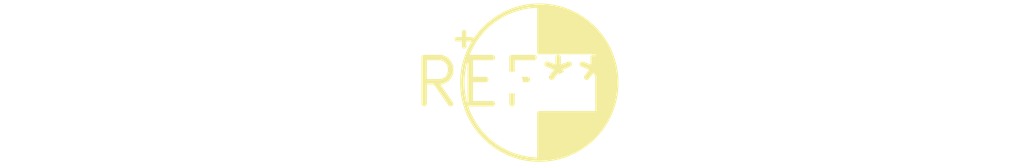
<source format=kicad_pcb>
(kicad_pcb (version 20240108) (generator pcbnew)
  (layers (0 "F.Cu" signal) (31 "B.Cu" signal) (34 "B.Paste" user) (35 "F.Paste" user) (36 "B.SilkS" user "B.Silkscreen") (37 "F.SilkS" user "F.Silkscreen") (38 "B.Mask" user) (39 "F.Mask" user) (44 "Edge.Cuts" user))
  (net 0 "")
  (footprint "CP_Radial_D4.0mm_P1.50mm" (layer "F.Cu") (at 0 0)
    (property "Reference" "REF**")
    (property "Value" "CP_Radial_D4.0mm_P1.50mm")
    (fp_line (start -1.519801 -1.195) (end -1.119801 -1.195) (layer "F.SilkS") (stroke (width 0.12)))
    (fp_line (start -1.319801 -1.395) (end -1.319801 -0.995) (layer "F.SilkS") (stroke (width 0.12)))
    (fp_line (start 0.75 -2.08) (end 0.75 -0.84) (layer "F.SilkS") (stroke (width 0.12)))
    (fp_line (start 0.75 0.84) (end 0.75 2.08) (layer "F.SilkS") (stroke (width 0.12)))
    (fp_line (start 0.79 -2.08) (end 0.79 -0.84) (layer "F.SilkS") (stroke (width 0.12)))
    (fp_line (start 0.79 0.84) (end 0.79 2.08) (layer "F.SilkS") (stroke (width 0.12)))
    (fp_line (start 0.83 -2.079) (end 0.83 -0.84) (layer "F.SilkS") (stroke (width 0.12)))
    (fp_line (start 0.83 0.84) (end 0.83 2.079) (layer "F.SilkS") (stroke (width 0.12)))
    (fp_line (start 0.87 -2.077) (end 0.87 -0.84) (layer "F.SilkS") (stroke (width 0.12)))
    (fp_line (start 0.87 0.84) (end 0.87 2.077) (layer "F.SilkS") (stroke (width 0.12)))
    (fp_line (start 0.91 -2.074) (end 0.91 -0.84) (layer "F.SilkS") (stroke (width 0.12)))
    (fp_line (start 0.91 0.84) (end 0.91 2.074) (layer "F.SilkS") (stroke (width 0.12)))
    (fp_line (start 0.95 -2.071) (end 0.95 -0.84) (layer "F.SilkS") (stroke (width 0.12)))
    (fp_line (start 0.95 0.84) (end 0.95 2.071) (layer "F.SilkS") (stroke (width 0.12)))
    (fp_line (start 0.99 -2.067) (end 0.99 -0.84) (layer "F.SilkS") (stroke (width 0.12)))
    (fp_line (start 0.99 0.84) (end 0.99 2.067) (layer "F.SilkS") (stroke (width 0.12)))
    (fp_line (start 1.03 -2.062) (end 1.03 -0.84) (layer "F.SilkS") (stroke (width 0.12)))
    (fp_line (start 1.03 0.84) (end 1.03 2.062) (layer "F.SilkS") (stroke (width 0.12)))
    (fp_line (start 1.07 -2.056) (end 1.07 -0.84) (layer "F.SilkS") (stroke (width 0.12)))
    (fp_line (start 1.07 0.84) (end 1.07 2.056) (layer "F.SilkS") (stroke (width 0.12)))
    (fp_line (start 1.11 -2.05) (end 1.11 -0.84) (layer "F.SilkS") (stroke (width 0.12)))
    (fp_line (start 1.11 0.84) (end 1.11 2.05) (layer "F.SilkS") (stroke (width 0.12)))
    (fp_line (start 1.15 -2.042) (end 1.15 -0.84) (layer "F.SilkS") (stroke (width 0.12)))
    (fp_line (start 1.15 0.84) (end 1.15 2.042) (layer "F.SilkS") (stroke (width 0.12)))
    (fp_line (start 1.19 -2.034) (end 1.19 -0.84) (layer "F.SilkS") (stroke (width 0.12)))
    (fp_line (start 1.19 0.84) (end 1.19 2.034) (layer "F.SilkS") (stroke (width 0.12)))
    (fp_line (start 1.23 -2.025) (end 1.23 -0.84) (layer "F.SilkS") (stroke (width 0.12)))
    (fp_line (start 1.23 0.84) (end 1.23 2.025) (layer "F.SilkS") (stroke (width 0.12)))
    (fp_line (start 1.27 -2.016) (end 1.27 -0.84) (layer "F.SilkS") (stroke (width 0.12)))
    (fp_line (start 1.27 0.84) (end 1.27 2.016) (layer "F.SilkS") (stroke (width 0.12)))
    (fp_line (start 1.31 -2.005) (end 1.31 -0.84) (layer "F.SilkS") (stroke (width 0.12)))
    (fp_line (start 1.31 0.84) (end 1.31 2.005) (layer "F.SilkS") (stroke (width 0.12)))
    (fp_line (start 1.35 -1.994) (end 1.35 -0.84) (layer "F.SilkS") (stroke (width 0.12)))
    (fp_line (start 1.35 0.84) (end 1.35 1.994) (layer "F.SilkS") (stroke (width 0.12)))
    (fp_line (start 1.39 -1.982) (end 1.39 -0.84) (layer "F.SilkS") (stroke (width 0.12)))
    (fp_line (start 1.39 0.84) (end 1.39 1.982) (layer "F.SilkS") (stroke (width 0.12)))
    (fp_line (start 1.43 -1.968) (end 1.43 -0.84) (layer "F.SilkS") (stroke (width 0.12)))
    (fp_line (start 1.43 0.84) (end 1.43 1.968) (layer "F.SilkS") (stroke (width 0.12)))
    (fp_line (start 1.471 -1.954) (end 1.471 -0.84) (layer "F.SilkS") (stroke (width 0.12)))
    (fp_line (start 1.471 0.84) (end 1.471 1.954) (layer "F.SilkS") (stroke (width 0.12)))
    (fp_line (start 1.511 -1.94) (end 1.511 -0.84) (layer "F.SilkS") (stroke (width 0.12)))
    (fp_line (start 1.511 0.84) (end 1.511 1.94) (layer "F.SilkS") (stroke (width 0.12)))
    (fp_line (start 1.551 -1.924) (end 1.551 -0.84) (layer "F.SilkS") (stroke (width 0.12)))
    (fp_line (start 1.551 0.84) (end 1.551 1.924) (layer "F.SilkS") (stroke (width 0.12)))
    (fp_line (start 1.591 -1.907) (end 1.591 -0.84) (layer "F.SilkS") (stroke (width 0.12)))
    (fp_line (start 1.591 0.84) (end 1.591 1.907) (layer "F.SilkS") (stroke (width 0.12)))
    (fp_line (start 1.631 -1.889) (end 1.631 -0.84) (layer "F.SilkS") (stroke (width 0.12)))
    (fp_line (start 1.631 0.84) (end 1.631 1.889) (layer "F.SilkS") (stroke (width 0.12)))
    (fp_line (start 1.671 -1.87) (end 1.671 -0.84) (layer "F.SilkS") (stroke (width 0.12)))
    (fp_line (start 1.671 0.84) (end 1.671 1.87) (layer "F.SilkS") (stroke (width 0.12)))
    (fp_line (start 1.711 -1.851) (end 1.711 -0.84) (layer "F.SilkS") (stroke (width 0.12)))
    (fp_line (start 1.711 0.84) (end 1.711 1.851) (layer "F.SilkS") (stroke (width 0.12)))
    (fp_line (start 1.751 -1.83) (end 1.751 -0.84) (layer "F.SilkS") (stroke (width 0.12)))
    (fp_line (start 1.751 0.84) (end 1.751 1.83) (layer "F.SilkS") (stroke (width 0.12)))
    (fp_line (start 1.791 -1.808) (end 1.791 -0.84) (layer "F.SilkS") (stroke (width 0.12)))
    (fp_line (start 1.791 0.84) (end 1.791 1.808) (layer "F.SilkS") (stroke (width 0.12)))
    (fp_line (start 1.831 -1.785) (end 1.831 -0.84) (layer "F.SilkS") (stroke (width 0.12)))
    (fp_line (start 1.831 0.84) (end 1.831 1.785) (layer "F.SilkS") (stroke (width 0.12)))
    (fp_line (start 1.871 -1.76) (end 1.871 -0.84) (layer "F.SilkS") (stroke (width 0.12)))
    (fp_line (start 1.871 0.84) (end 1.871 1.76) (layer "F.SilkS") (stroke (width 0.12)))
    (fp_line (start 1.911 -1.735) (end 1.911 -0.84) (layer "F.SilkS") (stroke (width 0.12)))
    (fp_line (start 1.911 0.84) (end 1.911 1.735) (layer "F.SilkS") (stroke (width 0.12)))
    (fp_line (start 1.951 -1.708) (end 1.951 -0.84) (layer "F.SilkS") (stroke (width 0.12)))
    (fp_line (start 1.951 0.84) (end 1.951 1.708) (layer "F.SilkS") (stroke (width 0.12)))
    (fp_line (start 1.991 -1.68) (end 1.991 -0.84) (layer "F.SilkS") (stroke (width 0.12)))
    (fp_line (start 1.991 0.84) (end 1.991 1.68) (layer "F.SilkS") (stroke (width 0.12)))
    (fp_line (start 2.031 -1.65) (end 2.031 -0.84) (layer "F.SilkS") (stroke (width 0.12)))
    (fp_line (start 2.031 0.84) (end 2.031 1.65) (layer "F.SilkS") (stroke (width 0.12)))
    (fp_line (start 2.071 -1.619) (end 2.071 -0.84) (layer "F.SilkS") (stroke (width 0.12)))
    (fp_line (start 2.071 0.84) (end 2.071 1.619) (layer "F.SilkS") (stroke (width 0.12)))
    (fp_line (start 2.111 -1.587) (end 2.111 -0.84) (layer "F.SilkS") (stroke (width 0.12)))
    (fp_line (start 2.111 0.84) (end 2.111 1.587) (layer "F.SilkS") (stroke (width 0.12)))
    (fp_line (start 2.151 -1.552) (end 2.151 -0.84) (layer "F.SilkS") (stroke (width 0.12)))
    (fp_line (start 2.151 0.84) (end 2.151 1.552) (layer "F.SilkS") (stroke (width 0.12)))
    (fp_line (start 2.191 -1.516) (end 2.191 -0.84) (layer "F.SilkS") (stroke (width 0.12)))
    (fp_line (start 2.191 0.84) (end 2.191 1.516) (layer "F.SilkS") (stroke (width 0.12)))
    (fp_line (start 2.231 -1.478) (end 2.231 -0.84) (layer "F.SilkS") (stroke (width 0.12)))
    (fp_line (start 2.231 0.84) (end 2.231 1.478) (layer "F.SilkS") (stroke (width 0.12)))
    (fp_line (start 2.271 -1.438) (end 2.271 -0.84) (layer "F.SilkS") (stroke (width 0.12)))
    (fp_line (start 2.271 0.84) (end 2.271 1.438) (layer "F.SilkS") (stroke (width 0.12)))
    (fp_line (start 2.311 -1.396) (end 2.311 -0.84) (layer "F.SilkS") (stroke (width 0.12)))
    (fp_line (start 2.311 0.84) (end 2.311 1.396) (layer "F.SilkS") (stroke (width 0.12)))
    (fp_line (start 2.351 -1.351) (end 2.351 1.351) (layer "F.SilkS") (stroke (width 0.12)))
    (fp_line (start 2.391 -1.304) (end 2.391 1.304) (layer "F.SilkS") (stroke (width 0.12)))
    (fp_line (start 2.431 -1.254) (end 2.431 1.254) (layer "F.SilkS") (stroke (width 0.12)))
    (fp_line (start 2.471 -1.2) (end 2.471 1.2) (layer "F.SilkS") (stroke (width 0.12)))
    (fp_line (start 2.511 -1.142) (end 2.511 1.142) (layer "F.SilkS") (stroke (width 0.12)))
    (fp_line (start 2.551 -1.08) (end 2.551 1.08) (layer "F.SilkS") (stroke (width 0.12)))
    (fp_line (start 2.591 -1.013) (end 2.591 1.013) (layer "F.SilkS") (stroke (width 0.12)))
    (fp_line (start 2.631 -0.94) (end 2.631 0.94) (layer "F.SilkS") (stroke (width 0.12)))
    (fp_line (start 2.671 -0.859) (end 2.671 0.859) (layer "F.SilkS") (stroke (width 0.12)))
    (fp_line (start 2.711 -0.768) (end 2.711 0.768) (layer "F.SilkS") (stroke (width 0.12)))
    (fp_line (start 2.751 -0.664) (end 2.751 0.664) (layer "F.SilkS") (stroke (width 0.12)))
    (fp_line (start 2.791 -0.537) (end 2.791 0.537) (layer "F.SilkS") (stroke (width 0.12)))
    (fp_line (start 2.831 -0.37) (end 2.831 0.37) (layer "F.SilkS") (stroke (width 0.12)))
    (fp_circle (center 0.75 0) (end 2.87 0) (layer "F.SilkS") (stroke (width 0.12)) (fill none))
    (pad "1" thru_hole rect (at 0 0) (size 1.2 1.2) (drill 0.6) (layers *.Cu *.Mask) (remove_unused_layers))
    (pad "2" thru_hole circle (at 1.5 0) (size 1.2 1.2) (drill 0.6) (layers *.Cu *.Mask) (remove_unused_layers))
  )
)
</source>
